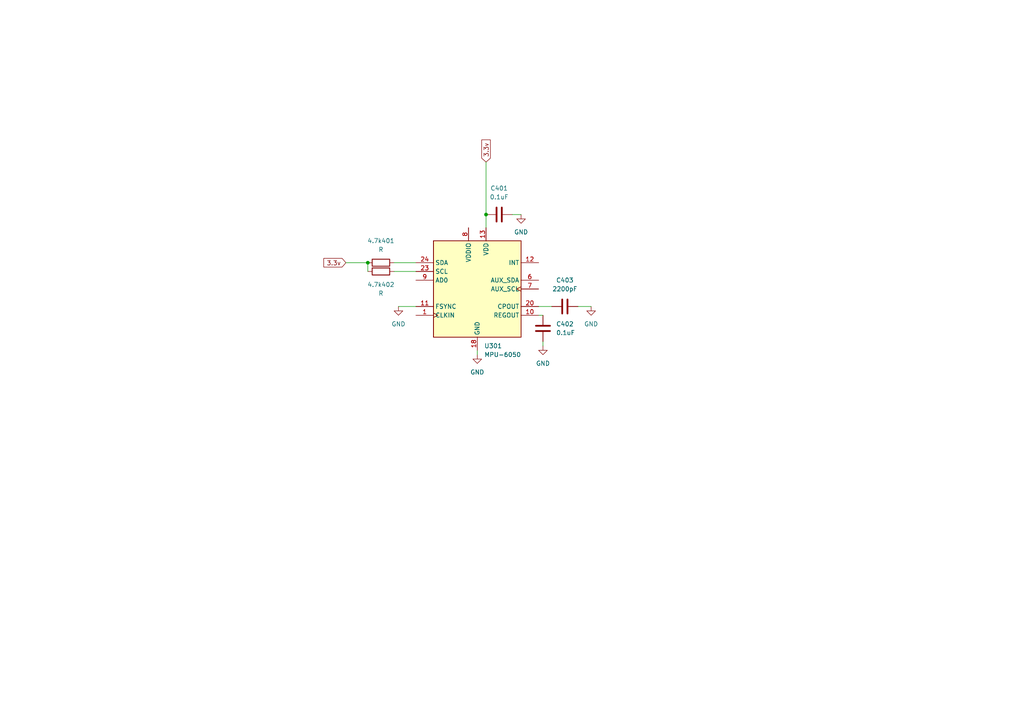
<source format=kicad_sch>
(kicad_sch (version 20211123) (generator eeschema)
  (paper "A4")
  (title_block (title "Giroscopio") (date "2022-10-25") (company "Vespin2"))
  (lib_symbols
    (symbol "Device:C" (pin_numbers hide) (pin_names (offset 0.254))
      (property "Reference" "C" (at 0.635 2.54 0))
      (property "Value" "C" (at 0.635 -2.54 0))
      (symbol "C_0_1"
        (polyline (pts (xy -2.032 -0.762) (xy 2.032 -0.762)) (stroke (width 0.508)))
        (polyline (pts (xy -2.032 0.762) (xy 2.032 0.762)) (stroke (width 0.508)))
      )
      (symbol "C_1_1"
        (pin passive line (at 0 3.81 270) (length 2.794) (name "~") (number "1"))
        (pin passive line (at 0 -3.81 90) (length 2.794) (name "~") (number "2"))
      )
    )
    (symbol "Device:R" (pin_numbers hide) (pin_names (offset 0))
      (property "Reference" "R" (at 2.032 0 90))
      (property "Value" "R" (at 0 0 90))
      (symbol "R_0_1"
        (rectangle (start -1.016 -2.54) (end 1.016 2.54) (stroke (width 0.254)))
      )
      (symbol "R_1_1"
        (pin passive line (at 0 3.81 270) (length 1.27) (name "~") (number "1"))
        (pin passive line (at 0 -3.81 90) (length 1.27) (name "~") (number "2"))
      )
    )
    (symbol "Sensor_Motion:MPU-6050"
      (property "Reference" "U" (at -11.43 13.97 0))
      (property "Value" "MPU-6050" (at 7.62 -15.24 0))
      (symbol "MPU-6050_0_0"
        (text "" (at 12.7 -2.54 0) (effects (font (size 1.27 1.27))))
      )
      (symbol "MPU-6050_0_1"
        (rectangle (start -12.7 13.97) (end 12.7 -13.97) (stroke (width 0.254)) (fill (type background)))
      )
      (symbol "MPU-6050_1_1"
        (pin input clock (at -17.78 -7.62 0) (length 5.08) (name "CLKIN") (number "1"))
        (pin passive line (at 17.78 -7.62 180) (length 5.08) (name "REGOUT") (number "10"))
        (pin input line (at -17.78 -5.08 0) (length 5.08) (name "FSYNC") (number "11"))
        (pin output line (at 17.78 7.62 180) (length 5.08) (name "INT") (number "12"))
        (pin power_in line (at 2.54 17.78 270) (length 3.81) (name "VDD") (number "13"))
        (pin no_connect line (at -12.7 -10.16 0) (length 2.54) hide (name "NC") (number "14"))
        (pin no_connect line (at 12.7 12.7 180) (length 2.54) hide (name "NC") (number "15"))
        (pin no_connect line (at 12.7 10.16 180) (length 2.54) hide (name "NC") (number "16"))
        (pin no_connect line (at 12.7 5.08 180) (length 2.54) hide (name "NC") (number "17"))
        (pin power_in line (at 0 -17.78 90) (length 3.81) (name "GND") (number "18"))
        (pin no_connect line (at 12.7 -10.16 180) (length 2.54) hide (name "NC") (number "19"))
        (pin no_connect line (at -12.7 12.7 0) (length 2.54) hide (name "NC") (number "2"))
        (pin passive line (at 17.78 -5.08 180) (length 5.08) (name "CPOUT") (number "20"))
        (pin no_connect line (at 12.7 -2.54 180) (length 2.54) hide (name "NC") (number "21"))
        (pin no_connect line (at 12.7 -12.7 180) (length 2.54) hide (name "NC") (number "22"))
        (pin input line (at -17.78 5.08 0) (length 5.08) (name "SCL") (number "23"))
        (pin bidirectional line (at -17.78 7.62 0) (length 5.08) (name "SDA") (number "24"))
        (pin no_connect line (at -12.7 10.16 0) (length 2.54) hide (name "NC") (number "3"))
        (pin no_connect line (at -12.7 0 0) (length 2.54) hide (name "NC") (number "4"))
        (pin no_connect line (at -12.7 -2.54 0) (length 2.54) hide (name "NC") (number "5"))
        (pin bidirectional line (at 17.78 2.54 180) (length 5.08) (name "AUX_SDA") (number "6"))
        (pin output clock (at 17.78 0 180) (length 5.08) (name "AUX_SCL") (number "7"))
        (pin power_in line (at -2.54 17.78 270) (length 3.81) (name "VDDIO") (number "8"))
        (pin input line (at -17.78 2.54 0) (length 5.08) (name "AD0") (number "9"))
      )
    )
    (symbol "power:GND" (power) (pin_names (offset 0))
      (property "Value" "GND" (at 0 -3.81 0))
      (symbol "GND_0_1"
        (polyline (pts (xy 0 0) (xy 0 -1.27) (xy 1.27 -1.27) (xy 0 -2.54) (xy -1.27 -1.27) (xy 0 -1.27)))
      )
      (symbol "GND_1_1"
        (pin power_in line (at 0 0 270) (length 0) hide (name "GND") (number "1"))
      )
    )
  )
  (junction (at 140.97 62.23))
  (junction (at 106.68 76.2))
  (wire (pts (xy 167.64 88.9) (xy 171.45 88.9)))
  (wire (pts (xy 156.21 88.9) (xy 160.02 88.9)))
  (wire (pts (xy 148.59 62.23) (xy 151.13 62.23)))
  (wire (pts (xy 156.21 91.44) (xy 157.48 91.44)))
  (wire (pts (xy 140.97 62.23) (xy 140.97 66.04)))
  (wire (pts (xy 115.57 88.9) (xy 120.65 88.9)))
  (wire (pts (xy 100.33 76.2) (xy 106.68 76.2)))
  (wire (pts (xy 114.3 78.74) (xy 120.65 78.74)))
  (wire (pts (xy 140.97 46.99) (xy 140.97 62.23)))
  (wire (pts (xy 106.68 76.2) (xy 106.68 78.74)))
  (wire (pts (xy 114.3 76.2) (xy 120.65 76.2)))
  (wire (pts (xy 138.43 101.6) (xy 138.43 102.87)))
  (wire (pts (xy 157.48 99.06) (xy 157.48 100.33)))
  (global_label "3.3v" (shape input) (at 140.97 46.99 90) (property "Intersheet References" "${INTERSHEET_REFS}" (effects hide)))
  (global_label "3.3v" (shape input) (at 100.33 76.2 180) (property "Intersheet References" "${INTERSHEET_REFS}" (effects hide)))
  (symbol (lib_id "Device:R") (at 110.49 76.2 90) (unit 1)
    (property "Reference" "4.7k401" (at 110.49 69.85 90))
    (property "Value" "R" (at 110.49 72.39 90))
  )
  (symbol (lib_id "power:GND") (at 115.57 88.9 0) (unit 1)
    (property "Reference" "#PWR0104" (effects hide))
    (property "Value" "GND" (at 115.57 93.98 0))
  )
  (symbol (lib_id "Device:R") (at 110.49 78.74 90) (unit 1)
    (property "Reference" "4.7k402" (at 110.49 82.55 90))
    (property "Value" "R" (at 110.49 85.09 90))
  )
  (symbol (lib_id "power:GND") (at 151.13 62.23 0) (unit 1)
    (property "Reference" "#PWR0105" (effects hide))
    (property "Value" "GND" (at 151.13 67.31 0))
  )
  (symbol (lib_id "Device:C") (at 163.83 88.9 90) (unit 1)
    (property "Reference" "C403" (at 163.83 81.28 90))
    (property "Value" "2200pF" (at 163.83 83.82 90))
  )
  (symbol (lib_id "power:GND") (at 171.45 88.9 0) (unit 1)
    (property "Reference" "#PWR0101" (effects hide))
    (property "Value" "GND" (at 171.45 93.98 0))
  )
  (symbol (lib_id "power:GND") (at 138.43 102.87 0) (unit 1)
    (property "Reference" "#PWR0103" (effects hide))
    (property "Value" "GND" (at 138.43 107.95 0))
  )
  (symbol (lib_id "Device:C") (at 157.48 95.25 0) (unit 1)
    (property "Reference" "C402" (at 161.29 93.9799 0) (effects (justify left)))
    (property "Value" "0.1uF" (at 161.29 96.5199 0) (effects (justify left)))
  )
  (symbol (lib_id "Device:C") (at 144.78 62.23 90) (unit 1)
    (property "Reference" "C401" (at 144.78 54.61 90))
    (property "Value" "0.1uF" (at 144.78 57.15 90))
  )
  (symbol (lib_id "Sensor_Motion:MPU-6050") (at 138.43 83.82 0) (unit 1)
    (property "Reference" "U301" (at 140.4494 100.33 0) (effects (justify left)))
    (property "Value" "MPU-6050" (at 140.4494 102.87 0) (effects (justify left)))
    (property "Footprint" "Sensor_Motion:InvenSense_QFN-24_4x4mm_P0.5mm" (effects hide))
    (property "Datasheet" "https://store.invensense.com/datasheets/invensense/MPU-6050_DataSheet_V3%204.pdf" (effects hide))
  )
  (symbol (lib_id "power:GND") (at 157.48 100.33 0) (unit 1)
    (property "Reference" "#PWR0102" (effects hide))
    (property "Value" "GND" (at 157.48 105.41 0))
  )
)
</source>
